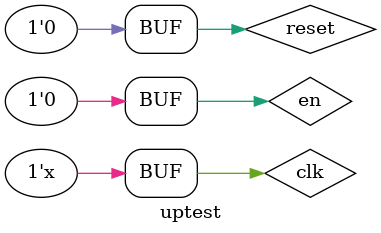
<source format=v>
module uptest();
reg en;
reg clk;
reg reset;
wire [7:0]out;

initial begin
reset=0;
clk=0;
en=1;
#80 en=0;
end

up call(out,en,clk,reset);
always #2 clk=!clk;
endmodule

</source>
